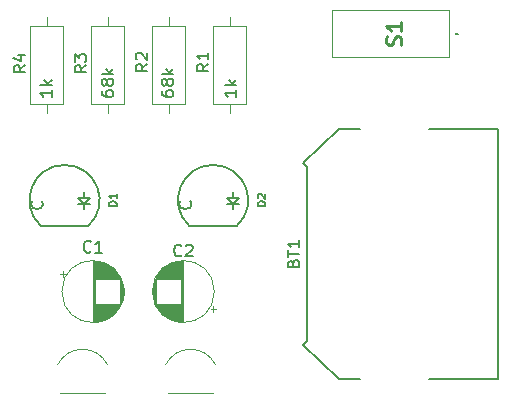
<source format=gbr>
%TF.GenerationSoftware,KiCad,Pcbnew,7.0.7*%
%TF.CreationDate,2023-10-13T15:54:56-04:00*%
%TF.ProjectId,project1,70726f6a-6563-4743-912e-6b696361645f,rev?*%
%TF.SameCoordinates,Original*%
%TF.FileFunction,Legend,Top*%
%TF.FilePolarity,Positive*%
%FSLAX46Y46*%
G04 Gerber Fmt 4.6, Leading zero omitted, Abs format (unit mm)*
G04 Created by KiCad (PCBNEW 7.0.7) date 2023-10-13 15:54:56*
%MOMM*%
%LPD*%
G01*
G04 APERTURE LIST*
%ADD10C,0.150000*%
%ADD11C,0.254000*%
%ADD12C,0.120000*%
%ADD13C,0.127000*%
%ADD14C,0.100000*%
%ADD15C,0.200000*%
G04 APERTURE END LIST*
D10*
X101462153Y-108751666D02*
X100985962Y-109084999D01*
X101462153Y-109323094D02*
X100462153Y-109323094D01*
X100462153Y-109323094D02*
X100462153Y-108942142D01*
X100462153Y-108942142D02*
X100509772Y-108846904D01*
X100509772Y-108846904D02*
X100557391Y-108799285D01*
X100557391Y-108799285D02*
X100652629Y-108751666D01*
X100652629Y-108751666D02*
X100795486Y-108751666D01*
X100795486Y-108751666D02*
X100890724Y-108799285D01*
X100890724Y-108799285D02*
X100938343Y-108846904D01*
X100938343Y-108846904D02*
X100985962Y-108942142D01*
X100985962Y-108942142D02*
X100985962Y-109323094D01*
X100795486Y-107894523D02*
X101462153Y-107894523D01*
X100414534Y-108132618D02*
X101128819Y-108370713D01*
X101128819Y-108370713D02*
X101128819Y-107751666D01*
X103705819Y-110831238D02*
X103705819Y-111402666D01*
X103705819Y-111116952D02*
X102705819Y-111116952D01*
X102705819Y-111116952D02*
X102848676Y-111212190D01*
X102848676Y-111212190D02*
X102943914Y-111307428D01*
X102943914Y-111307428D02*
X102991533Y-111402666D01*
X103705819Y-110402666D02*
X102705819Y-110402666D01*
X103324866Y-110307428D02*
X103705819Y-110021714D01*
X103039152Y-110021714D02*
X103420104Y-110402666D01*
X114661333Y-124819580D02*
X114613714Y-124867200D01*
X114613714Y-124867200D02*
X114470857Y-124914819D01*
X114470857Y-124914819D02*
X114375619Y-124914819D01*
X114375619Y-124914819D02*
X114232762Y-124867200D01*
X114232762Y-124867200D02*
X114137524Y-124771961D01*
X114137524Y-124771961D02*
X114089905Y-124676723D01*
X114089905Y-124676723D02*
X114042286Y-124486247D01*
X114042286Y-124486247D02*
X114042286Y-124343390D01*
X114042286Y-124343390D02*
X114089905Y-124152914D01*
X114089905Y-124152914D02*
X114137524Y-124057676D01*
X114137524Y-124057676D02*
X114232762Y-123962438D01*
X114232762Y-123962438D02*
X114375619Y-123914819D01*
X114375619Y-123914819D02*
X114470857Y-123914819D01*
X114470857Y-123914819D02*
X114613714Y-123962438D01*
X114613714Y-123962438D02*
X114661333Y-124010057D01*
X115042286Y-124010057D02*
X115089905Y-123962438D01*
X115089905Y-123962438D02*
X115185143Y-123914819D01*
X115185143Y-123914819D02*
X115423238Y-123914819D01*
X115423238Y-123914819D02*
X115518476Y-123962438D01*
X115518476Y-123962438D02*
X115566095Y-124010057D01*
X115566095Y-124010057D02*
X115613714Y-124105295D01*
X115613714Y-124105295D02*
X115613714Y-124200533D01*
X115613714Y-124200533D02*
X115566095Y-124343390D01*
X115566095Y-124343390D02*
X114994667Y-124914819D01*
X114994667Y-124914819D02*
X115613714Y-124914819D01*
X124137009Y-125499714D02*
X124184628Y-125356857D01*
X124184628Y-125356857D02*
X124232247Y-125309238D01*
X124232247Y-125309238D02*
X124327485Y-125261619D01*
X124327485Y-125261619D02*
X124470342Y-125261619D01*
X124470342Y-125261619D02*
X124565580Y-125309238D01*
X124565580Y-125309238D02*
X124613200Y-125356857D01*
X124613200Y-125356857D02*
X124660819Y-125452095D01*
X124660819Y-125452095D02*
X124660819Y-125833047D01*
X124660819Y-125833047D02*
X123660819Y-125833047D01*
X123660819Y-125833047D02*
X123660819Y-125499714D01*
X123660819Y-125499714D02*
X123708438Y-125404476D01*
X123708438Y-125404476D02*
X123756057Y-125356857D01*
X123756057Y-125356857D02*
X123851295Y-125309238D01*
X123851295Y-125309238D02*
X123946533Y-125309238D01*
X123946533Y-125309238D02*
X124041771Y-125356857D01*
X124041771Y-125356857D02*
X124089390Y-125404476D01*
X124089390Y-125404476D02*
X124137009Y-125499714D01*
X124137009Y-125499714D02*
X124137009Y-125833047D01*
X123660819Y-124975904D02*
X123660819Y-124404476D01*
X124660819Y-124690190D02*
X123660819Y-124690190D01*
X124660819Y-123547333D02*
X124660819Y-124118761D01*
X124660819Y-123833047D02*
X123660819Y-123833047D01*
X123660819Y-123833047D02*
X123803676Y-123928285D01*
X123803676Y-123928285D02*
X123898914Y-124023523D01*
X123898914Y-124023523D02*
X123946533Y-124118761D01*
X107001333Y-124498580D02*
X106953714Y-124546200D01*
X106953714Y-124546200D02*
X106810857Y-124593819D01*
X106810857Y-124593819D02*
X106715619Y-124593819D01*
X106715619Y-124593819D02*
X106572762Y-124546200D01*
X106572762Y-124546200D02*
X106477524Y-124450961D01*
X106477524Y-124450961D02*
X106429905Y-124355723D01*
X106429905Y-124355723D02*
X106382286Y-124165247D01*
X106382286Y-124165247D02*
X106382286Y-124022390D01*
X106382286Y-124022390D02*
X106429905Y-123831914D01*
X106429905Y-123831914D02*
X106477524Y-123736676D01*
X106477524Y-123736676D02*
X106572762Y-123641438D01*
X106572762Y-123641438D02*
X106715619Y-123593819D01*
X106715619Y-123593819D02*
X106810857Y-123593819D01*
X106810857Y-123593819D02*
X106953714Y-123641438D01*
X106953714Y-123641438D02*
X107001333Y-123689057D01*
X107953714Y-124593819D02*
X107382286Y-124593819D01*
X107668000Y-124593819D02*
X107668000Y-123593819D01*
X107668000Y-123593819D02*
X107572762Y-123736676D01*
X107572762Y-123736676D02*
X107477524Y-123831914D01*
X107477524Y-123831914D02*
X107382286Y-123879533D01*
D11*
X133228842Y-107012619D02*
X133289318Y-106831190D01*
X133289318Y-106831190D02*
X133289318Y-106528809D01*
X133289318Y-106528809D02*
X133228842Y-106407857D01*
X133228842Y-106407857D02*
X133168365Y-106347381D01*
X133168365Y-106347381D02*
X133047413Y-106286904D01*
X133047413Y-106286904D02*
X132926461Y-106286904D01*
X132926461Y-106286904D02*
X132805508Y-106347381D01*
X132805508Y-106347381D02*
X132745032Y-106407857D01*
X132745032Y-106407857D02*
X132684556Y-106528809D01*
X132684556Y-106528809D02*
X132624080Y-106770714D01*
X132624080Y-106770714D02*
X132563603Y-106891666D01*
X132563603Y-106891666D02*
X132503127Y-106952143D01*
X132503127Y-106952143D02*
X132382175Y-107012619D01*
X132382175Y-107012619D02*
X132261222Y-107012619D01*
X132261222Y-107012619D02*
X132140270Y-106952143D01*
X132140270Y-106952143D02*
X132079794Y-106891666D01*
X132079794Y-106891666D02*
X132019318Y-106770714D01*
X132019318Y-106770714D02*
X132019318Y-106468333D01*
X132019318Y-106468333D02*
X132079794Y-106286904D01*
X133289318Y-105077380D02*
X133289318Y-105803095D01*
X133289318Y-105440238D02*
X132019318Y-105440238D01*
X132019318Y-105440238D02*
X132200746Y-105561190D01*
X132200746Y-105561190D02*
X132321699Y-105682142D01*
X132321699Y-105682142D02*
X132382175Y-105803095D01*
D10*
X106626819Y-108751666D02*
X106150628Y-109084999D01*
X106626819Y-109323094D02*
X105626819Y-109323094D01*
X105626819Y-109323094D02*
X105626819Y-108942142D01*
X105626819Y-108942142D02*
X105674438Y-108846904D01*
X105674438Y-108846904D02*
X105722057Y-108799285D01*
X105722057Y-108799285D02*
X105817295Y-108751666D01*
X105817295Y-108751666D02*
X105960152Y-108751666D01*
X105960152Y-108751666D02*
X106055390Y-108799285D01*
X106055390Y-108799285D02*
X106103009Y-108846904D01*
X106103009Y-108846904D02*
X106150628Y-108942142D01*
X106150628Y-108942142D02*
X106150628Y-109323094D01*
X105626819Y-108418332D02*
X105626819Y-107799285D01*
X105626819Y-107799285D02*
X106007771Y-108132618D01*
X106007771Y-108132618D02*
X106007771Y-107989761D01*
X106007771Y-107989761D02*
X106055390Y-107894523D01*
X106055390Y-107894523D02*
X106103009Y-107846904D01*
X106103009Y-107846904D02*
X106198247Y-107799285D01*
X106198247Y-107799285D02*
X106436342Y-107799285D01*
X106436342Y-107799285D02*
X106531580Y-107846904D01*
X106531580Y-107846904D02*
X106579200Y-107894523D01*
X106579200Y-107894523D02*
X106626819Y-107989761D01*
X106626819Y-107989761D02*
X106626819Y-108275475D01*
X106626819Y-108275475D02*
X106579200Y-108370713D01*
X106579200Y-108370713D02*
X106531580Y-108418332D01*
X107912819Y-110926476D02*
X107912819Y-111116952D01*
X107912819Y-111116952D02*
X107960438Y-111212190D01*
X107960438Y-111212190D02*
X108008057Y-111259809D01*
X108008057Y-111259809D02*
X108150914Y-111355047D01*
X108150914Y-111355047D02*
X108341390Y-111402666D01*
X108341390Y-111402666D02*
X108722342Y-111402666D01*
X108722342Y-111402666D02*
X108817580Y-111355047D01*
X108817580Y-111355047D02*
X108865200Y-111307428D01*
X108865200Y-111307428D02*
X108912819Y-111212190D01*
X108912819Y-111212190D02*
X108912819Y-111021714D01*
X108912819Y-111021714D02*
X108865200Y-110926476D01*
X108865200Y-110926476D02*
X108817580Y-110878857D01*
X108817580Y-110878857D02*
X108722342Y-110831238D01*
X108722342Y-110831238D02*
X108484247Y-110831238D01*
X108484247Y-110831238D02*
X108389009Y-110878857D01*
X108389009Y-110878857D02*
X108341390Y-110926476D01*
X108341390Y-110926476D02*
X108293771Y-111021714D01*
X108293771Y-111021714D02*
X108293771Y-111212190D01*
X108293771Y-111212190D02*
X108341390Y-111307428D01*
X108341390Y-111307428D02*
X108389009Y-111355047D01*
X108389009Y-111355047D02*
X108484247Y-111402666D01*
X108341390Y-110259809D02*
X108293771Y-110355047D01*
X108293771Y-110355047D02*
X108246152Y-110402666D01*
X108246152Y-110402666D02*
X108150914Y-110450285D01*
X108150914Y-110450285D02*
X108103295Y-110450285D01*
X108103295Y-110450285D02*
X108008057Y-110402666D01*
X108008057Y-110402666D02*
X107960438Y-110355047D01*
X107960438Y-110355047D02*
X107912819Y-110259809D01*
X107912819Y-110259809D02*
X107912819Y-110069333D01*
X107912819Y-110069333D02*
X107960438Y-109974095D01*
X107960438Y-109974095D02*
X108008057Y-109926476D01*
X108008057Y-109926476D02*
X108103295Y-109878857D01*
X108103295Y-109878857D02*
X108150914Y-109878857D01*
X108150914Y-109878857D02*
X108246152Y-109926476D01*
X108246152Y-109926476D02*
X108293771Y-109974095D01*
X108293771Y-109974095D02*
X108341390Y-110069333D01*
X108341390Y-110069333D02*
X108341390Y-110259809D01*
X108341390Y-110259809D02*
X108389009Y-110355047D01*
X108389009Y-110355047D02*
X108436628Y-110402666D01*
X108436628Y-110402666D02*
X108531866Y-110450285D01*
X108531866Y-110450285D02*
X108722342Y-110450285D01*
X108722342Y-110450285D02*
X108817580Y-110402666D01*
X108817580Y-110402666D02*
X108865200Y-110355047D01*
X108865200Y-110355047D02*
X108912819Y-110259809D01*
X108912819Y-110259809D02*
X108912819Y-110069333D01*
X108912819Y-110069333D02*
X108865200Y-109974095D01*
X108865200Y-109974095D02*
X108817580Y-109926476D01*
X108817580Y-109926476D02*
X108722342Y-109878857D01*
X108722342Y-109878857D02*
X108531866Y-109878857D01*
X108531866Y-109878857D02*
X108436628Y-109926476D01*
X108436628Y-109926476D02*
X108389009Y-109974095D01*
X108389009Y-109974095D02*
X108341390Y-110069333D01*
X108912819Y-109450285D02*
X107912819Y-109450285D01*
X108531866Y-109355047D02*
X108912819Y-109069333D01*
X108246152Y-109069333D02*
X108627104Y-109450285D01*
X116956153Y-108624666D02*
X116479962Y-108957999D01*
X116956153Y-109196094D02*
X115956153Y-109196094D01*
X115956153Y-109196094D02*
X115956153Y-108815142D01*
X115956153Y-108815142D02*
X116003772Y-108719904D01*
X116003772Y-108719904D02*
X116051391Y-108672285D01*
X116051391Y-108672285D02*
X116146629Y-108624666D01*
X116146629Y-108624666D02*
X116289486Y-108624666D01*
X116289486Y-108624666D02*
X116384724Y-108672285D01*
X116384724Y-108672285D02*
X116432343Y-108719904D01*
X116432343Y-108719904D02*
X116479962Y-108815142D01*
X116479962Y-108815142D02*
X116479962Y-109196094D01*
X116956153Y-107672285D02*
X116956153Y-108243713D01*
X116956153Y-107957999D02*
X115956153Y-107957999D01*
X115956153Y-107957999D02*
X116099010Y-108053237D01*
X116099010Y-108053237D02*
X116194248Y-108148475D01*
X116194248Y-108148475D02*
X116241867Y-108243713D01*
X119326819Y-110831238D02*
X119326819Y-111402666D01*
X119326819Y-111116952D02*
X118326819Y-111116952D01*
X118326819Y-111116952D02*
X118469676Y-111212190D01*
X118469676Y-111212190D02*
X118564914Y-111307428D01*
X118564914Y-111307428D02*
X118612533Y-111402666D01*
X119326819Y-110402666D02*
X118326819Y-110402666D01*
X118945866Y-110307428D02*
X119326819Y-110021714D01*
X118660152Y-110021714D02*
X119041104Y-110402666D01*
X109179676Y-120606381D02*
X108539676Y-120606381D01*
X108539676Y-120606381D02*
X108539676Y-120454000D01*
X108539676Y-120454000D02*
X108570152Y-120362571D01*
X108570152Y-120362571D02*
X108631104Y-120301619D01*
X108631104Y-120301619D02*
X108692057Y-120271142D01*
X108692057Y-120271142D02*
X108813961Y-120240666D01*
X108813961Y-120240666D02*
X108905390Y-120240666D01*
X108905390Y-120240666D02*
X109027295Y-120271142D01*
X109027295Y-120271142D02*
X109088247Y-120301619D01*
X109088247Y-120301619D02*
X109149200Y-120362571D01*
X109149200Y-120362571D02*
X109179676Y-120454000D01*
X109179676Y-120454000D02*
X109179676Y-120606381D01*
X109179676Y-119631142D02*
X109179676Y-119996857D01*
X109179676Y-119814000D02*
X108539676Y-119814000D01*
X108539676Y-119814000D02*
X108631104Y-119874952D01*
X108631104Y-119874952D02*
X108692057Y-119935904D01*
X108692057Y-119935904D02*
X108722533Y-119996857D01*
X102834580Y-120252476D02*
X102882200Y-120300095D01*
X102882200Y-120300095D02*
X102929819Y-120442952D01*
X102929819Y-120442952D02*
X102929819Y-120538190D01*
X102929819Y-120538190D02*
X102882200Y-120681047D01*
X102882200Y-120681047D02*
X102786961Y-120776285D01*
X102786961Y-120776285D02*
X102691723Y-120823904D01*
X102691723Y-120823904D02*
X102501247Y-120871523D01*
X102501247Y-120871523D02*
X102358390Y-120871523D01*
X102358390Y-120871523D02*
X102167914Y-120823904D01*
X102167914Y-120823904D02*
X102072676Y-120776285D01*
X102072676Y-120776285D02*
X101977438Y-120681047D01*
X101977438Y-120681047D02*
X101929819Y-120538190D01*
X101929819Y-120538190D02*
X101929819Y-120442952D01*
X101929819Y-120442952D02*
X101977438Y-120300095D01*
X101977438Y-120300095D02*
X102025057Y-120252476D01*
X111791485Y-108624666D02*
X111315294Y-108957999D01*
X111791485Y-109196094D02*
X110791485Y-109196094D01*
X110791485Y-109196094D02*
X110791485Y-108815142D01*
X110791485Y-108815142D02*
X110839104Y-108719904D01*
X110839104Y-108719904D02*
X110886723Y-108672285D01*
X110886723Y-108672285D02*
X110981961Y-108624666D01*
X110981961Y-108624666D02*
X111124818Y-108624666D01*
X111124818Y-108624666D02*
X111220056Y-108672285D01*
X111220056Y-108672285D02*
X111267675Y-108719904D01*
X111267675Y-108719904D02*
X111315294Y-108815142D01*
X111315294Y-108815142D02*
X111315294Y-109196094D01*
X110886723Y-108243713D02*
X110839104Y-108196094D01*
X110839104Y-108196094D02*
X110791485Y-108100856D01*
X110791485Y-108100856D02*
X110791485Y-107862761D01*
X110791485Y-107862761D02*
X110839104Y-107767523D01*
X110839104Y-107767523D02*
X110886723Y-107719904D01*
X110886723Y-107719904D02*
X110981961Y-107672285D01*
X110981961Y-107672285D02*
X111077199Y-107672285D01*
X111077199Y-107672285D02*
X111220056Y-107719904D01*
X111220056Y-107719904D02*
X111791485Y-108291332D01*
X111791485Y-108291332D02*
X111791485Y-107672285D01*
X112992819Y-110926476D02*
X112992819Y-111116952D01*
X112992819Y-111116952D02*
X113040438Y-111212190D01*
X113040438Y-111212190D02*
X113088057Y-111259809D01*
X113088057Y-111259809D02*
X113230914Y-111355047D01*
X113230914Y-111355047D02*
X113421390Y-111402666D01*
X113421390Y-111402666D02*
X113802342Y-111402666D01*
X113802342Y-111402666D02*
X113897580Y-111355047D01*
X113897580Y-111355047D02*
X113945200Y-111307428D01*
X113945200Y-111307428D02*
X113992819Y-111212190D01*
X113992819Y-111212190D02*
X113992819Y-111021714D01*
X113992819Y-111021714D02*
X113945200Y-110926476D01*
X113945200Y-110926476D02*
X113897580Y-110878857D01*
X113897580Y-110878857D02*
X113802342Y-110831238D01*
X113802342Y-110831238D02*
X113564247Y-110831238D01*
X113564247Y-110831238D02*
X113469009Y-110878857D01*
X113469009Y-110878857D02*
X113421390Y-110926476D01*
X113421390Y-110926476D02*
X113373771Y-111021714D01*
X113373771Y-111021714D02*
X113373771Y-111212190D01*
X113373771Y-111212190D02*
X113421390Y-111307428D01*
X113421390Y-111307428D02*
X113469009Y-111355047D01*
X113469009Y-111355047D02*
X113564247Y-111402666D01*
X113421390Y-110259809D02*
X113373771Y-110355047D01*
X113373771Y-110355047D02*
X113326152Y-110402666D01*
X113326152Y-110402666D02*
X113230914Y-110450285D01*
X113230914Y-110450285D02*
X113183295Y-110450285D01*
X113183295Y-110450285D02*
X113088057Y-110402666D01*
X113088057Y-110402666D02*
X113040438Y-110355047D01*
X113040438Y-110355047D02*
X112992819Y-110259809D01*
X112992819Y-110259809D02*
X112992819Y-110069333D01*
X112992819Y-110069333D02*
X113040438Y-109974095D01*
X113040438Y-109974095D02*
X113088057Y-109926476D01*
X113088057Y-109926476D02*
X113183295Y-109878857D01*
X113183295Y-109878857D02*
X113230914Y-109878857D01*
X113230914Y-109878857D02*
X113326152Y-109926476D01*
X113326152Y-109926476D02*
X113373771Y-109974095D01*
X113373771Y-109974095D02*
X113421390Y-110069333D01*
X113421390Y-110069333D02*
X113421390Y-110259809D01*
X113421390Y-110259809D02*
X113469009Y-110355047D01*
X113469009Y-110355047D02*
X113516628Y-110402666D01*
X113516628Y-110402666D02*
X113611866Y-110450285D01*
X113611866Y-110450285D02*
X113802342Y-110450285D01*
X113802342Y-110450285D02*
X113897580Y-110402666D01*
X113897580Y-110402666D02*
X113945200Y-110355047D01*
X113945200Y-110355047D02*
X113992819Y-110259809D01*
X113992819Y-110259809D02*
X113992819Y-110069333D01*
X113992819Y-110069333D02*
X113945200Y-109974095D01*
X113945200Y-109974095D02*
X113897580Y-109926476D01*
X113897580Y-109926476D02*
X113802342Y-109878857D01*
X113802342Y-109878857D02*
X113611866Y-109878857D01*
X113611866Y-109878857D02*
X113516628Y-109926476D01*
X113516628Y-109926476D02*
X113469009Y-109974095D01*
X113469009Y-109974095D02*
X113421390Y-110069333D01*
X113992819Y-109450285D02*
X112992819Y-109450285D01*
X113611866Y-109355047D02*
X113992819Y-109069333D01*
X113326152Y-109069333D02*
X113707104Y-109450285D01*
X121752676Y-120606381D02*
X121112676Y-120606381D01*
X121112676Y-120606381D02*
X121112676Y-120454000D01*
X121112676Y-120454000D02*
X121143152Y-120362571D01*
X121143152Y-120362571D02*
X121204104Y-120301619D01*
X121204104Y-120301619D02*
X121265057Y-120271142D01*
X121265057Y-120271142D02*
X121386961Y-120240666D01*
X121386961Y-120240666D02*
X121478390Y-120240666D01*
X121478390Y-120240666D02*
X121600295Y-120271142D01*
X121600295Y-120271142D02*
X121661247Y-120301619D01*
X121661247Y-120301619D02*
X121722200Y-120362571D01*
X121722200Y-120362571D02*
X121752676Y-120454000D01*
X121752676Y-120454000D02*
X121752676Y-120606381D01*
X121173628Y-119996857D02*
X121143152Y-119966381D01*
X121143152Y-119966381D02*
X121112676Y-119905428D01*
X121112676Y-119905428D02*
X121112676Y-119753047D01*
X121112676Y-119753047D02*
X121143152Y-119692095D01*
X121143152Y-119692095D02*
X121173628Y-119661619D01*
X121173628Y-119661619D02*
X121234580Y-119631142D01*
X121234580Y-119631142D02*
X121295533Y-119631142D01*
X121295533Y-119631142D02*
X121386961Y-119661619D01*
X121386961Y-119661619D02*
X121752676Y-120027333D01*
X121752676Y-120027333D02*
X121752676Y-119631142D01*
X115407580Y-120252476D02*
X115455200Y-120300095D01*
X115455200Y-120300095D02*
X115502819Y-120442952D01*
X115502819Y-120442952D02*
X115502819Y-120538190D01*
X115502819Y-120538190D02*
X115455200Y-120681047D01*
X115455200Y-120681047D02*
X115359961Y-120776285D01*
X115359961Y-120776285D02*
X115264723Y-120823904D01*
X115264723Y-120823904D02*
X115074247Y-120871523D01*
X115074247Y-120871523D02*
X114931390Y-120871523D01*
X114931390Y-120871523D02*
X114740914Y-120823904D01*
X114740914Y-120823904D02*
X114645676Y-120776285D01*
X114645676Y-120776285D02*
X114550438Y-120681047D01*
X114550438Y-120681047D02*
X114502819Y-120538190D01*
X114502819Y-120538190D02*
X114502819Y-120442952D01*
X114502819Y-120442952D02*
X114550438Y-120300095D01*
X114550438Y-120300095D02*
X114598057Y-120252476D01*
D12*
%TO.C,R4*%
X103251000Y-104672000D02*
X103251000Y-105442000D01*
X104621000Y-105442000D02*
X101881000Y-105442000D01*
X101881000Y-105442000D02*
X101881000Y-111982000D01*
X104621000Y-111982000D02*
X104621000Y-105442000D01*
X101881000Y-111982000D02*
X104621000Y-111982000D01*
X103251000Y-112752000D02*
X103251000Y-111982000D01*
%TO.C,C2*%
X117632775Y-129364000D02*
X117132775Y-129364000D01*
X117382775Y-129614000D02*
X117382775Y-129114000D01*
X114828000Y-130469000D02*
X114828000Y-125309000D01*
X114788000Y-130469000D02*
X114788000Y-125309000D01*
X114748000Y-130468000D02*
X114748000Y-125310000D01*
X114708000Y-130467000D02*
X114708000Y-125311000D01*
X114668000Y-130465000D02*
X114668000Y-125313000D01*
X114628000Y-130462000D02*
X114628000Y-125316000D01*
X114588000Y-130458000D02*
X114588000Y-128929000D01*
X114588000Y-126849000D02*
X114588000Y-125320000D01*
X114548000Y-130454000D02*
X114548000Y-128929000D01*
X114548000Y-126849000D02*
X114548000Y-125324000D01*
X114508000Y-130450000D02*
X114508000Y-128929000D01*
X114508000Y-126849000D02*
X114508000Y-125328000D01*
X114468000Y-130445000D02*
X114468000Y-128929000D01*
X114468000Y-126849000D02*
X114468000Y-125333000D01*
X114428000Y-130439000D02*
X114428000Y-128929000D01*
X114428000Y-126849000D02*
X114428000Y-125339000D01*
X114388000Y-130432000D02*
X114388000Y-128929000D01*
X114388000Y-126849000D02*
X114388000Y-125346000D01*
X114348000Y-130425000D02*
X114348000Y-128929000D01*
X114348000Y-126849000D02*
X114348000Y-125353000D01*
X114308000Y-130417000D02*
X114308000Y-128929000D01*
X114308000Y-126849000D02*
X114308000Y-125361000D01*
X114268000Y-130409000D02*
X114268000Y-128929000D01*
X114268000Y-126849000D02*
X114268000Y-125369000D01*
X114228000Y-130400000D02*
X114228000Y-128929000D01*
X114228000Y-126849000D02*
X114228000Y-125378000D01*
X114188000Y-130390000D02*
X114188000Y-128929000D01*
X114188000Y-126849000D02*
X114188000Y-125388000D01*
X114148000Y-130380000D02*
X114148000Y-128929000D01*
X114148000Y-126849000D02*
X114148000Y-125398000D01*
X114107000Y-130369000D02*
X114107000Y-128929000D01*
X114107000Y-126849000D02*
X114107000Y-125409000D01*
X114067000Y-130357000D02*
X114067000Y-128929000D01*
X114067000Y-126849000D02*
X114067000Y-125421000D01*
X114027000Y-130344000D02*
X114027000Y-128929000D01*
X114027000Y-126849000D02*
X114027000Y-125434000D01*
X113987000Y-130331000D02*
X113987000Y-128929000D01*
X113987000Y-126849000D02*
X113987000Y-125447000D01*
X113947000Y-130317000D02*
X113947000Y-128929000D01*
X113947000Y-126849000D02*
X113947000Y-125461000D01*
X113907000Y-130303000D02*
X113907000Y-128929000D01*
X113907000Y-126849000D02*
X113907000Y-125475000D01*
X113867000Y-130287000D02*
X113867000Y-128929000D01*
X113867000Y-126849000D02*
X113867000Y-125491000D01*
X113827000Y-130271000D02*
X113827000Y-128929000D01*
X113827000Y-126849000D02*
X113827000Y-125507000D01*
X113787000Y-130254000D02*
X113787000Y-128929000D01*
X113787000Y-126849000D02*
X113787000Y-125524000D01*
X113747000Y-130237000D02*
X113747000Y-128929000D01*
X113747000Y-126849000D02*
X113747000Y-125541000D01*
X113707000Y-130218000D02*
X113707000Y-128929000D01*
X113707000Y-126849000D02*
X113707000Y-125560000D01*
X113667000Y-130199000D02*
X113667000Y-128929000D01*
X113667000Y-126849000D02*
X113667000Y-125579000D01*
X113627000Y-130179000D02*
X113627000Y-128929000D01*
X113627000Y-126849000D02*
X113627000Y-125599000D01*
X113587000Y-130157000D02*
X113587000Y-128929000D01*
X113587000Y-126849000D02*
X113587000Y-125621000D01*
X113547000Y-130136000D02*
X113547000Y-128929000D01*
X113547000Y-126849000D02*
X113547000Y-125642000D01*
X113507000Y-130113000D02*
X113507000Y-128929000D01*
X113507000Y-126849000D02*
X113507000Y-125665000D01*
X113467000Y-130089000D02*
X113467000Y-128929000D01*
X113467000Y-126849000D02*
X113467000Y-125689000D01*
X113427000Y-130064000D02*
X113427000Y-128929000D01*
X113427000Y-126849000D02*
X113427000Y-125714000D01*
X113387000Y-130038000D02*
X113387000Y-128929000D01*
X113387000Y-126849000D02*
X113387000Y-125740000D01*
X113347000Y-130011000D02*
X113347000Y-128929000D01*
X113347000Y-126849000D02*
X113347000Y-125767000D01*
X113307000Y-129984000D02*
X113307000Y-128929000D01*
X113307000Y-126849000D02*
X113307000Y-125794000D01*
X113267000Y-129954000D02*
X113267000Y-128929000D01*
X113267000Y-126849000D02*
X113267000Y-125824000D01*
X113227000Y-129924000D02*
X113227000Y-128929000D01*
X113227000Y-126849000D02*
X113227000Y-125854000D01*
X113187000Y-129893000D02*
X113187000Y-128929000D01*
X113187000Y-126849000D02*
X113187000Y-125885000D01*
X113147000Y-129860000D02*
X113147000Y-128929000D01*
X113147000Y-126849000D02*
X113147000Y-125918000D01*
X113107000Y-129826000D02*
X113107000Y-128929000D01*
X113107000Y-126849000D02*
X113107000Y-125952000D01*
X113067000Y-129790000D02*
X113067000Y-128929000D01*
X113067000Y-126849000D02*
X113067000Y-125988000D01*
X113027000Y-129753000D02*
X113027000Y-128929000D01*
X113027000Y-126849000D02*
X113027000Y-126025000D01*
X112987000Y-129715000D02*
X112987000Y-128929000D01*
X112987000Y-126849000D02*
X112987000Y-126063000D01*
X112947000Y-129674000D02*
X112947000Y-128929000D01*
X112947000Y-126849000D02*
X112947000Y-126104000D01*
X112907000Y-129632000D02*
X112907000Y-128929000D01*
X112907000Y-126849000D02*
X112907000Y-126146000D01*
X112867000Y-129588000D02*
X112867000Y-128929000D01*
X112867000Y-126849000D02*
X112867000Y-126190000D01*
X112827000Y-129542000D02*
X112827000Y-128929000D01*
X112827000Y-126849000D02*
X112827000Y-126236000D01*
X112787000Y-129494000D02*
X112787000Y-128929000D01*
X112787000Y-126849000D02*
X112787000Y-126284000D01*
X112747000Y-129443000D02*
X112747000Y-128929000D01*
X112747000Y-126849000D02*
X112747000Y-126335000D01*
X112707000Y-129389000D02*
X112707000Y-128929000D01*
X112707000Y-126849000D02*
X112707000Y-126389000D01*
X112667000Y-129332000D02*
X112667000Y-128929000D01*
X112667000Y-126849000D02*
X112667000Y-126446000D01*
X112627000Y-129272000D02*
X112627000Y-128929000D01*
X112627000Y-126849000D02*
X112627000Y-126506000D01*
X112587000Y-129208000D02*
X112587000Y-128929000D01*
X112587000Y-126849000D02*
X112587000Y-126570000D01*
X112547000Y-129140000D02*
X112547000Y-128929000D01*
X112547000Y-126849000D02*
X112547000Y-126638000D01*
X112507000Y-129067000D02*
X112507000Y-126711000D01*
X112467000Y-128987000D02*
X112467000Y-126791000D01*
X112427000Y-128900000D02*
X112427000Y-126878000D01*
X112387000Y-128804000D02*
X112387000Y-126974000D01*
X112347000Y-128694000D02*
X112347000Y-127084000D01*
X112307000Y-128566000D02*
X112307000Y-127212000D01*
X112267000Y-128407000D02*
X112267000Y-127371000D01*
X112227000Y-128173000D02*
X112227000Y-127605000D01*
X117448000Y-127889000D02*
G75*
G03*
X117448000Y-127889000I-2620000J0D01*
G01*
D13*
%TO.C,BT1*%
X127992030Y-135305000D02*
X129815000Y-135305000D01*
X141443600Y-135305000D02*
X135615000Y-135305000D01*
X141443600Y-135305000D02*
X141443600Y-114095000D01*
X124973540Y-132434130D02*
X127992030Y-135305000D01*
X124973540Y-132434130D02*
X125323600Y-132066000D01*
X125323600Y-132066000D02*
X125323600Y-117334000D01*
X125323600Y-117334000D02*
X124973540Y-116965870D01*
X124973540Y-116965870D02*
X127992030Y-114095000D01*
X127992030Y-114095000D02*
X129815000Y-114095000D01*
X141443600Y-114095000D02*
X135615000Y-114095000D01*
D12*
%TO.C,C1*%
X104363225Y-126414000D02*
X104863225Y-126414000D01*
X104613225Y-126164000D02*
X104613225Y-126664000D01*
X107168000Y-125309000D02*
X107168000Y-130469000D01*
X107208000Y-125309000D02*
X107208000Y-130469000D01*
X107248000Y-125310000D02*
X107248000Y-130468000D01*
X107288000Y-125311000D02*
X107288000Y-130467000D01*
X107328000Y-125313000D02*
X107328000Y-130465000D01*
X107368000Y-125316000D02*
X107368000Y-130462000D01*
X107408000Y-125320000D02*
X107408000Y-126849000D01*
X107408000Y-128929000D02*
X107408000Y-130458000D01*
X107448000Y-125324000D02*
X107448000Y-126849000D01*
X107448000Y-128929000D02*
X107448000Y-130454000D01*
X107488000Y-125328000D02*
X107488000Y-126849000D01*
X107488000Y-128929000D02*
X107488000Y-130450000D01*
X107528000Y-125333000D02*
X107528000Y-126849000D01*
X107528000Y-128929000D02*
X107528000Y-130445000D01*
X107568000Y-125339000D02*
X107568000Y-126849000D01*
X107568000Y-128929000D02*
X107568000Y-130439000D01*
X107608000Y-125346000D02*
X107608000Y-126849000D01*
X107608000Y-128929000D02*
X107608000Y-130432000D01*
X107648000Y-125353000D02*
X107648000Y-126849000D01*
X107648000Y-128929000D02*
X107648000Y-130425000D01*
X107688000Y-125361000D02*
X107688000Y-126849000D01*
X107688000Y-128929000D02*
X107688000Y-130417000D01*
X107728000Y-125369000D02*
X107728000Y-126849000D01*
X107728000Y-128929000D02*
X107728000Y-130409000D01*
X107768000Y-125378000D02*
X107768000Y-126849000D01*
X107768000Y-128929000D02*
X107768000Y-130400000D01*
X107808000Y-125388000D02*
X107808000Y-126849000D01*
X107808000Y-128929000D02*
X107808000Y-130390000D01*
X107848000Y-125398000D02*
X107848000Y-126849000D01*
X107848000Y-128929000D02*
X107848000Y-130380000D01*
X107889000Y-125409000D02*
X107889000Y-126849000D01*
X107889000Y-128929000D02*
X107889000Y-130369000D01*
X107929000Y-125421000D02*
X107929000Y-126849000D01*
X107929000Y-128929000D02*
X107929000Y-130357000D01*
X107969000Y-125434000D02*
X107969000Y-126849000D01*
X107969000Y-128929000D02*
X107969000Y-130344000D01*
X108009000Y-125447000D02*
X108009000Y-126849000D01*
X108009000Y-128929000D02*
X108009000Y-130331000D01*
X108049000Y-125461000D02*
X108049000Y-126849000D01*
X108049000Y-128929000D02*
X108049000Y-130317000D01*
X108089000Y-125475000D02*
X108089000Y-126849000D01*
X108089000Y-128929000D02*
X108089000Y-130303000D01*
X108129000Y-125491000D02*
X108129000Y-126849000D01*
X108129000Y-128929000D02*
X108129000Y-130287000D01*
X108169000Y-125507000D02*
X108169000Y-126849000D01*
X108169000Y-128929000D02*
X108169000Y-130271000D01*
X108209000Y-125524000D02*
X108209000Y-126849000D01*
X108209000Y-128929000D02*
X108209000Y-130254000D01*
X108249000Y-125541000D02*
X108249000Y-126849000D01*
X108249000Y-128929000D02*
X108249000Y-130237000D01*
X108289000Y-125560000D02*
X108289000Y-126849000D01*
X108289000Y-128929000D02*
X108289000Y-130218000D01*
X108329000Y-125579000D02*
X108329000Y-126849000D01*
X108329000Y-128929000D02*
X108329000Y-130199000D01*
X108369000Y-125599000D02*
X108369000Y-126849000D01*
X108369000Y-128929000D02*
X108369000Y-130179000D01*
X108409000Y-125621000D02*
X108409000Y-126849000D01*
X108409000Y-128929000D02*
X108409000Y-130157000D01*
X108449000Y-125642000D02*
X108449000Y-126849000D01*
X108449000Y-128929000D02*
X108449000Y-130136000D01*
X108489000Y-125665000D02*
X108489000Y-126849000D01*
X108489000Y-128929000D02*
X108489000Y-130113000D01*
X108529000Y-125689000D02*
X108529000Y-126849000D01*
X108529000Y-128929000D02*
X108529000Y-130089000D01*
X108569000Y-125714000D02*
X108569000Y-126849000D01*
X108569000Y-128929000D02*
X108569000Y-130064000D01*
X108609000Y-125740000D02*
X108609000Y-126849000D01*
X108609000Y-128929000D02*
X108609000Y-130038000D01*
X108649000Y-125767000D02*
X108649000Y-126849000D01*
X108649000Y-128929000D02*
X108649000Y-130011000D01*
X108689000Y-125794000D02*
X108689000Y-126849000D01*
X108689000Y-128929000D02*
X108689000Y-129984000D01*
X108729000Y-125824000D02*
X108729000Y-126849000D01*
X108729000Y-128929000D02*
X108729000Y-129954000D01*
X108769000Y-125854000D02*
X108769000Y-126849000D01*
X108769000Y-128929000D02*
X108769000Y-129924000D01*
X108809000Y-125885000D02*
X108809000Y-126849000D01*
X108809000Y-128929000D02*
X108809000Y-129893000D01*
X108849000Y-125918000D02*
X108849000Y-126849000D01*
X108849000Y-128929000D02*
X108849000Y-129860000D01*
X108889000Y-125952000D02*
X108889000Y-126849000D01*
X108889000Y-128929000D02*
X108889000Y-129826000D01*
X108929000Y-125988000D02*
X108929000Y-126849000D01*
X108929000Y-128929000D02*
X108929000Y-129790000D01*
X108969000Y-126025000D02*
X108969000Y-126849000D01*
X108969000Y-128929000D02*
X108969000Y-129753000D01*
X109009000Y-126063000D02*
X109009000Y-126849000D01*
X109009000Y-128929000D02*
X109009000Y-129715000D01*
X109049000Y-126104000D02*
X109049000Y-126849000D01*
X109049000Y-128929000D02*
X109049000Y-129674000D01*
X109089000Y-126146000D02*
X109089000Y-126849000D01*
X109089000Y-128929000D02*
X109089000Y-129632000D01*
X109129000Y-126190000D02*
X109129000Y-126849000D01*
X109129000Y-128929000D02*
X109129000Y-129588000D01*
X109169000Y-126236000D02*
X109169000Y-126849000D01*
X109169000Y-128929000D02*
X109169000Y-129542000D01*
X109209000Y-126284000D02*
X109209000Y-126849000D01*
X109209000Y-128929000D02*
X109209000Y-129494000D01*
X109249000Y-126335000D02*
X109249000Y-126849000D01*
X109249000Y-128929000D02*
X109249000Y-129443000D01*
X109289000Y-126389000D02*
X109289000Y-126849000D01*
X109289000Y-128929000D02*
X109289000Y-129389000D01*
X109329000Y-126446000D02*
X109329000Y-126849000D01*
X109329000Y-128929000D02*
X109329000Y-129332000D01*
X109369000Y-126506000D02*
X109369000Y-126849000D01*
X109369000Y-128929000D02*
X109369000Y-129272000D01*
X109409000Y-126570000D02*
X109409000Y-126849000D01*
X109409000Y-128929000D02*
X109409000Y-129208000D01*
X109449000Y-126638000D02*
X109449000Y-126849000D01*
X109449000Y-128929000D02*
X109449000Y-129140000D01*
X109489000Y-126711000D02*
X109489000Y-129067000D01*
X109529000Y-126791000D02*
X109529000Y-128987000D01*
X109569000Y-126878000D02*
X109569000Y-128900000D01*
X109609000Y-126974000D02*
X109609000Y-128804000D01*
X109649000Y-127084000D02*
X109649000Y-128694000D01*
X109689000Y-127212000D02*
X109689000Y-128566000D01*
X109729000Y-127371000D02*
X109729000Y-128407000D01*
X109769000Y-127605000D02*
X109769000Y-128173000D01*
X109788000Y-127889000D02*
G75*
G03*
X109788000Y-127889000I-2620000J0D01*
G01*
D14*
%TO.C,S1*%
X127385000Y-108025000D02*
X127385000Y-104065000D01*
X137285000Y-108025000D02*
X127385000Y-108025000D01*
D15*
X137945000Y-106045000D02*
X137945000Y-106045000D01*
X138045000Y-106045000D02*
X138045000Y-106045000D01*
X138045000Y-106045000D02*
X138045000Y-106045000D01*
D14*
X127385000Y-104065000D02*
X137285000Y-104065000D01*
X137285000Y-104065000D02*
X137285000Y-108025000D01*
D15*
X138045000Y-106045000D02*
G75*
G03*
X137945000Y-106045000I-50000J0D01*
G01*
X138045000Y-106045000D02*
G75*
G03*
X137945000Y-106045000I-50000J0D01*
G01*
X137945000Y-106045000D02*
G75*
G03*
X138045000Y-106045000I50000J0D01*
G01*
D14*
%TO.C,Q2*%
X117374900Y-136463998D02*
X113511100Y-136463998D01*
X117544900Y-134075048D02*
G75*
G03*
X113340548Y-134076152I-2101900J-1050949D01*
G01*
D12*
%TO.C,R3*%
X108415666Y-104672000D02*
X108415666Y-105442000D01*
X109785666Y-105442000D02*
X107045666Y-105442000D01*
X107045666Y-105442000D02*
X107045666Y-111982000D01*
X109785666Y-111982000D02*
X109785666Y-105442000D01*
X107045666Y-111982000D02*
X109785666Y-111982000D01*
X108415666Y-112752000D02*
X108415666Y-111982000D01*
%TO.C,R1*%
X118745000Y-104672000D02*
X118745000Y-105442000D01*
X120115000Y-105442000D02*
X117375000Y-105442000D01*
X117375000Y-105442000D02*
X117375000Y-111982000D01*
X120115000Y-111982000D02*
X120115000Y-105442000D01*
X117375000Y-111982000D02*
X120115000Y-111982000D01*
X118745000Y-112752000D02*
X118745000Y-111982000D01*
D13*
%TO.C,D1*%
X106950000Y-119942000D02*
X106450000Y-120442000D01*
X106450000Y-119942000D02*
X106450000Y-119442000D01*
X106450000Y-119942000D02*
X106950000Y-119942000D01*
X105950000Y-119942000D02*
X106450000Y-119942000D01*
X106450000Y-120442000D02*
X105950000Y-119942000D01*
X106450000Y-120442000D02*
X106950000Y-120442000D01*
X106450000Y-120442000D02*
X105950000Y-120442000D01*
X106450000Y-120942000D02*
X106450000Y-120442000D01*
X106775000Y-122342000D02*
X102775000Y-122342000D01*
X106774999Y-122341999D02*
G75*
G03*
X102775001Y-122341999I-1999999J2200014D01*
G01*
X106774999Y-122341999D02*
G75*
G03*
X102775001Y-122341999I-1999999J2200014D01*
G01*
D14*
%TO.C,Q1*%
X108230900Y-136463998D02*
X104367100Y-136463998D01*
X108400900Y-134075048D02*
G75*
G03*
X104196548Y-134076152I-2101900J-1050949D01*
G01*
D12*
%TO.C,R2*%
X113580332Y-104672000D02*
X113580332Y-105442000D01*
X114950332Y-105442000D02*
X112210332Y-105442000D01*
X112210332Y-105442000D02*
X112210332Y-111982000D01*
X114950332Y-111982000D02*
X114950332Y-105442000D01*
X112210332Y-111982000D02*
X114950332Y-111982000D01*
X113580332Y-112752000D02*
X113580332Y-111982000D01*
D13*
%TO.C,D2*%
X119523000Y-119942000D02*
X119023000Y-120442000D01*
X119023000Y-119942000D02*
X119023000Y-119442000D01*
X119023000Y-119942000D02*
X119523000Y-119942000D01*
X118523000Y-119942000D02*
X119023000Y-119942000D01*
X119023000Y-120442000D02*
X118523000Y-119942000D01*
X119023000Y-120442000D02*
X119523000Y-120442000D01*
X119023000Y-120442000D02*
X118523000Y-120442000D01*
X119023000Y-120942000D02*
X119023000Y-120442000D01*
X119348000Y-122342000D02*
X115348000Y-122342000D01*
X119347999Y-122341999D02*
G75*
G03*
X115348001Y-122341999I-1999999J2200014D01*
G01*
X119347999Y-122341999D02*
G75*
G03*
X115348001Y-122341999I-1999999J2200014D01*
G01*
%TD*%
M02*

</source>
